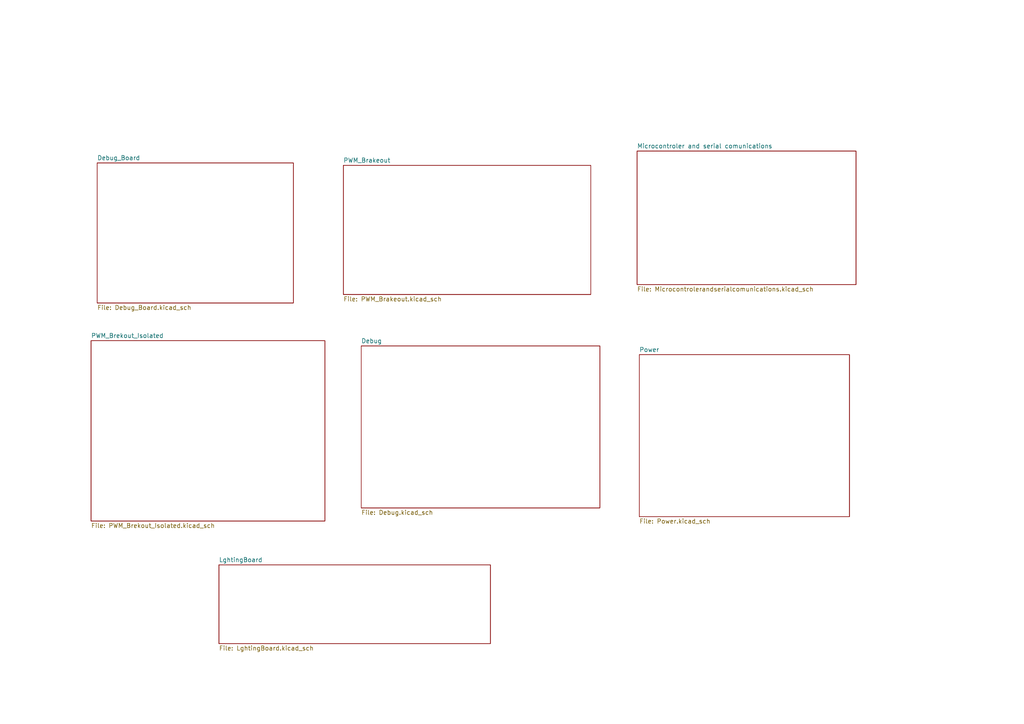
<source format=kicad_sch>
(kicad_sch
	(version 20231120)
	(generator "eeschema")
	(generator_version "8.0")
	(uuid "e63e39d7-6ac0-4ffd-8aa3-1841a4541b55")
	(paper "A4")
	(lib_symbols)
	(sheet
		(at 104.775 100.33)
		(size 69.215 46.99)
		(fields_autoplaced yes)
		(stroke
			(width 0.1524)
			(type solid)
		)
		(fill
			(color 0 0 0 0.0000)
		)
		(uuid "2cd8d581-723b-40c1-996d-16e806b7842c")
		(property "Sheetname" "Debug"
			(at 104.775 99.6184 0)
			(effects
				(font
					(size 1.27 1.27)
				)
				(justify left bottom)
			)
		)
		(property "Sheetfile" "Debug.kicad_sch"
			(at 104.775 147.9046 0)
			(effects
				(font
					(size 1.27 1.27)
				)
				(justify left top)
			)
		)
		(instances
			(project "ATV_Project_Slave Barg"
				(path "/e63e39d7-6ac0-4ffd-8aa3-1841a4541b55"
					(page "4")
				)
			)
		)
	)
	(sheet
		(at 63.5 163.83)
		(size 78.74 22.86)
		(fields_autoplaced yes)
		(stroke
			(width 0.1524)
			(type solid)
		)
		(fill
			(color 0 0 0 0.0000)
		)
		(uuid "3e1d9336-7285-43db-a029-3f3bb0a22f90")
		(property "Sheetname" "LghtingBoard"
			(at 63.5 163.1184 0)
			(effects
				(font
					(size 1.27 1.27)
				)
				(justify left bottom)
			)
		)
		(property "Sheetfile" "LghtingBoard.kicad_sch"
			(at 63.5 187.2746 0)
			(effects
				(font
					(size 1.27 1.27)
				)
				(justify left top)
			)
		)
		(instances
			(project "ATV_Project_Slave Barg"
				(path "/e63e39d7-6ac0-4ffd-8aa3-1841a4541b55"
					(page "8")
				)
			)
		)
	)
	(sheet
		(at 26.416 98.806)
		(size 67.818 52.324)
		(fields_autoplaced yes)
		(stroke
			(width 0.1524)
			(type solid)
		)
		(fill
			(color 0 0 0 0.0000)
		)
		(uuid "4452b8ad-eab7-41e7-9944-77cec20f2aec")
		(property "Sheetname" "PWM_Brekout_Isolated"
			(at 26.416 98.0944 0)
			(effects
				(font
					(size 1.27 1.27)
				)
				(justify left bottom)
			)
		)
		(property "Sheetfile" "PWM_Brekout_Isolated.kicad_sch"
			(at 26.416 151.7146 0)
			(effects
				(font
					(size 1.27 1.27)
				)
				(justify left top)
			)
		)
		(instances
			(project "ATV_Project_Slave Barg"
				(path "/e63e39d7-6ac0-4ffd-8aa3-1841a4541b55"
					(page "7")
				)
			)
		)
	)
	(sheet
		(at 184.785 43.815)
		(size 63.5 38.735)
		(fields_autoplaced yes)
		(stroke
			(width 0.1524)
			(type solid)
		)
		(fill
			(color 0 0 0 0.0000)
		)
		(uuid "47041ec0-c65e-4a1d-834d-675a8e23113a")
		(property "Sheetname" "Microcontroler and serial comunications"
			(at 184.785 43.1034 0)
			(effects
				(font
					(size 1.27 1.27)
				)
				(justify left bottom)
			)
		)
		(property "Sheetfile" "Microcontrolerandserialcomunications.kicad_sch"
			(at 184.785 83.1346 0)
			(effects
				(font
					(size 1.27 1.27)
				)
				(justify left top)
			)
		)
		(instances
			(project "ATV_Project_Slave Barg"
				(path "/e63e39d7-6ac0-4ffd-8aa3-1841a4541b55"
					(page "2")
				)
			)
		)
	)
	(sheet
		(at 185.42 102.87)
		(size 60.96 46.99)
		(fields_autoplaced yes)
		(stroke
			(width 0.1524)
			(type solid)
		)
		(fill
			(color 0 0 0 0.0000)
		)
		(uuid "564c43d2-3de0-4d4b-b01f-da9e0ca8e56b")
		(property "Sheetname" "Power"
			(at 185.42 102.1584 0)
			(effects
				(font
					(size 1.27 1.27)
				)
				(justify left bottom)
			)
		)
		(property "Sheetfile" "Power.kicad_sch"
			(at 185.42 150.4446 0)
			(effects
				(font
					(size 1.27 1.27)
				)
				(justify left top)
			)
		)
		(instances
			(project "ATV_Project_Slave Barg"
				(path "/e63e39d7-6ac0-4ffd-8aa3-1841a4541b55"
					(page "3")
				)
			)
		)
	)
	(sheet
		(at 99.5934 47.9552)
		(size 71.755 37.465)
		(fields_autoplaced yes)
		(stroke
			(width 0.1524)
			(type solid)
		)
		(fill
			(color 0 0 0 0.0000)
		)
		(uuid "683fbb7f-330c-48db-9b1f-a226282ffdda")
		(property "Sheetname" "PWM_Brakeout"
			(at 99.5934 47.2436 0)
			(effects
				(font
					(size 1.27 1.27)
				)
				(justify left bottom)
			)
		)
		(property "Sheetfile" "PWM_Brakeout.kicad_sch"
			(at 99.5934 86.0048 0)
			(effects
				(font
					(size 1.27 1.27)
				)
				(justify left top)
			)
		)
		(instances
			(project "ATV_Project_Slave Barg"
				(path "/e63e39d7-6ac0-4ffd-8aa3-1841a4541b55"
					(page "5")
				)
			)
		)
	)
	(sheet
		(at 28.194 47.244)
		(size 56.896 40.64)
		(fields_autoplaced yes)
		(stroke
			(width 0.1524)
			(type solid)
		)
		(fill
			(color 0 0 0 0.0000)
		)
		(uuid "d176e8c1-1dba-48c9-b02c-6adeab186fa1")
		(property "Sheetname" "Debug_Board"
			(at 28.194 46.5324 0)
			(effects
				(font
					(size 1.27 1.27)
				)
				(justify left bottom)
			)
		)
		(property "Sheetfile" "Debug_Board.kicad_sch"
			(at 28.194 88.4686 0)
			(effects
				(font
					(size 1.27 1.27)
				)
				(justify left top)
			)
		)
		(instances
			(project "ATV_Project_Slave Barg"
				(path "/e63e39d7-6ac0-4ffd-8aa3-1841a4541b55"
					(page "6")
				)
			)
		)
	)
	(sheet_instances
		(path "/"
			(page "1")
		)
	)
)
</source>
